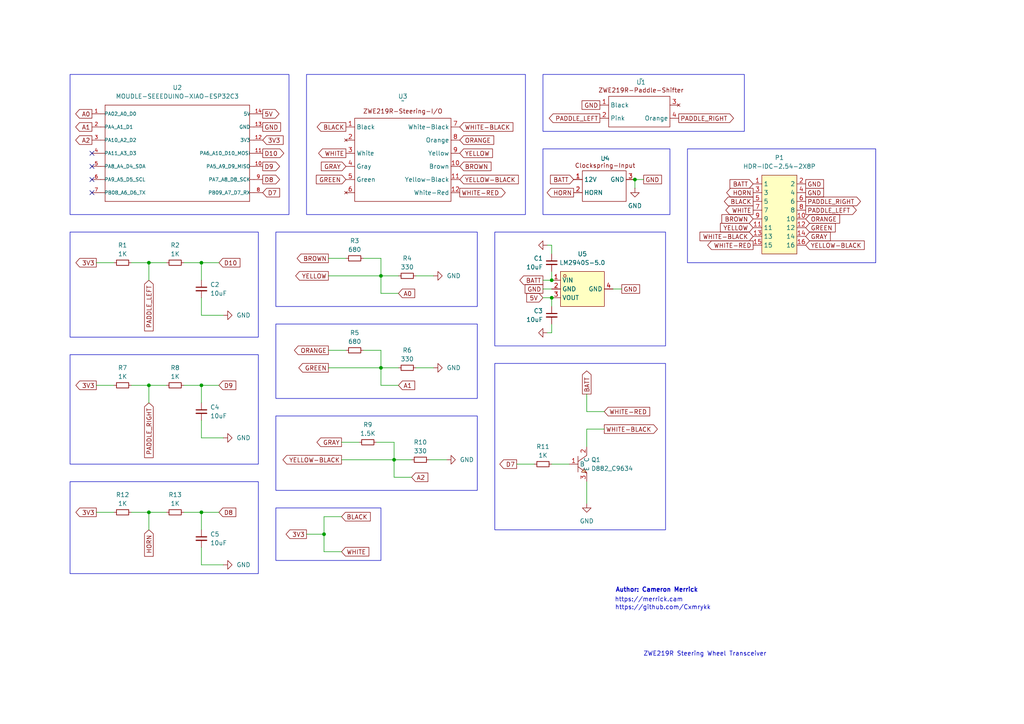
<source format=kicad_sch>
(kicad_sch (version 20231120) (generator "eeschema") (generator_version "8.0")
  (paper "A4")
  (lib_symbols
    (symbol "Device:C_Small" (pin_numbers hide) (pin_names (offset 0.254) hide)
      (property "Reference" "C" (at 0.254 1.778 0))
      (property "Value" "C_Small" (at 0.254 -2.032 0))
      (symbol "C_Small_0_1"
        (polyline (pts (xy -1.524 -0.508) (xy 1.524 -0.508)) (stroke (width 0.3302)))
        (polyline (pts (xy -1.524 0.508) (xy 1.524 0.508)) (stroke (width 0.3048)))
      )
      (symbol "C_Small_1_1"
        (pin passive line (at 0 2.54 270) (length 2.032) (name "~") (number "1"))
        (pin passive line (at 0 -2.54 90) (length 2.032) (name "~") (number "2"))
      )
    )
    (symbol "Device:R_Small" (pin_numbers hide) (pin_names (offset 0.254) hide)
      (property "Reference" "R" (at 0.762 0.508 0))
      (property "Value" "R_Small" (at 0.762 -1.016 0))
      (symbol "R_Small_0_1"
        (rectangle (start -0.762 1.778) (end 0.762 -1.778) (stroke (width 0.2032)))
      )
      (symbol "R_Small_1_1"
        (pin passive line (at 0 2.54 270) (length 0.762) (name "~") (number "1"))
        (pin passive line (at 0 -2.54 90) (length 0.762) (name "~") (number "2"))
      )
    )
    (symbol "MOUDLE-SEEEDUINO-XIAO-ESP32C3:MOUDLE-SEEEDUINO-XIAO-ESP32C3" (pin_names (offset 1.016))
      (property "Reference" "U" (at -21.59 15.24 0))
      (property "Value" "MOUDLE-SEEEDUINO-XIAO-ESP32C3" (at -21.59 13.97 0))
      (symbol "MOUDLE-SEEEDUINO-XIAO-ESP32C3_0_0"
        (polyline (pts (xy -21.59 -13.97) (xy -21.59 0)) (stroke (width 0.1524)))
        (polyline (pts (xy -21.59 -11.43) (xy -22.86 -11.43)) (stroke (width 0.1524)))
        (polyline (pts (xy -21.59 -7.62) (xy -22.86 -7.62)) (stroke (width 0.1524)))
        (polyline (pts (xy -21.59 -3.81) (xy -22.86 -3.81)) (stroke (width 0.1524)))
        (polyline (pts (xy -21.59 0) (xy -22.86 0)) (stroke (width 0.1524)))
        (polyline (pts (xy -21.59 0) (xy -21.59 3.81)) (stroke (width 0.1524)))
        (polyline (pts (xy -21.59 3.81) (xy -22.86 3.81)) (stroke (width 0.1524)))
        (polyline (pts (xy -21.59 3.81) (xy -21.59 7.62)) (stroke (width 0.1524)))
        (polyline (pts (xy -21.59 7.62) (xy -22.86 7.62)) (stroke (width 0.1524)))
        (polyline (pts (xy -21.59 7.62) (xy -21.59 11.43)) (stroke (width 0.1524)))
        (polyline (pts (xy -21.59 11.43) (xy -22.86 11.43)) (stroke (width 0.1524)))
        (polyline (pts (xy -21.59 11.43) (xy -21.59 13.97)) (stroke (width 0.1524)))
        (polyline (pts (xy -21.59 13.97) (xy 20.32 13.97)) (stroke (width 0.1524)))
        (polyline (pts (xy 20.32 -13.97) (xy -21.59 -13.97)) (stroke (width 0.1524)))
        (polyline (pts (xy 20.32 3.81) (xy 20.32 -13.97)) (stroke (width 0.1524)))
        (polyline (pts (xy 20.32 7.62) (xy 20.32 3.81)) (stroke (width 0.1524)))
        (polyline (pts (xy 20.32 11.43) (xy 20.32 7.62)) (stroke (width 0.1524)))
        (polyline (pts (xy 20.32 13.97) (xy 20.32 11.43)) (stroke (width 0.1524)))
        (polyline (pts (xy 21.59 -11.43) (xy 20.32 -11.43)) (stroke (width 0.1524)))
        (polyline (pts (xy 21.59 -7.62) (xy 20.32 -7.62)) (stroke (width 0.1524)))
        (polyline (pts (xy 21.59 -3.81) (xy 20.32 -3.81)) (stroke (width 0.1524)))
        (polyline (pts (xy 21.59 0) (xy 20.32 0)) (stroke (width 0.1524)))
        (polyline (pts (xy 21.59 3.81) (xy 20.32 3.81)) (stroke (width 0.1524)))
        (polyline (pts (xy 21.59 7.62) (xy 20.32 7.62)) (stroke (width 0.1524)))
        (polyline (pts (xy 21.59 11.43) (xy 20.32 11.43)) (stroke (width 0.1524)))
        (pin bidirectional line (at -25.4 11.43 0) (length 2.54) (name "PA02_A0_D0") (number "1"))
        (pin bidirectional line (at 24.13 -3.81 180) (length 2.54) (name "PA5_A9_D9_MISO") (number "10"))
        (pin bidirectional line (at 24.13 0 180) (length 2.54) (name "PA6_A10_D10_MOSI") (number "11"))
        (pin bidirectional line (at 24.13 3.81 180) (length 2.54) (name "3V3") (number "12"))
        (pin bidirectional line (at 24.13 7.62 180) (length 2.54) (name "GND") (number "13"))
        (pin bidirectional line (at 24.13 11.43 180) (length 2.54) (name "5V") (number "14"))
        (pin bidirectional line (at -25.4 7.62 0) (length 2.54) (name "PA4_A1_D1") (number "2"))
        (pin bidirectional line (at -25.4 3.81 0) (length 2.54) (name "PA10_A2_D2") (number "3"))
        (pin bidirectional line (at -25.4 0 0) (length 2.54) (name "PA11_A3_D3") (number "4"))
        (pin bidirectional line (at -25.4 -3.81 0) (length 2.54) (name "PA8_A4_D4_SDA") (number "5"))
        (pin bidirectional line (at -25.4 -7.62 0) (length 2.54) (name "PA9_A5_D5_SCL") (number "6"))
        (pin bidirectional line (at -25.4 -11.43 0) (length 2.54) (name "PB08_A6_D6_TX") (number "7"))
        (pin bidirectional line (at 24.13 -11.43 180) (length 2.54) (name "PB09_A7_D7_RX") (number "8"))
        (pin bidirectional line (at 24.13 -7.62 180) (length 2.54) (name "PA7_A8_D8_SCK") (number "9"))
      )
    )
    (symbol "Wheel-Input:Clockspring-Input"
      (property "Reference" "U" (at 0 0 0))
      (symbol "Clockspring-Input_0_1"
        (rectangle (start -6.35 -3.81) (end 6.35 -12.7))
      )
      (symbol "Clockspring-Input_1_1"
        (text "Clockspring-Input" (at 0.254 -2.286 0) (effects (font (size 1.27 1.27))))
        (pin power_out line (at -8.89 -6.35 0) (length 2.54) (name "12V") (number "1"))
        (pin power_in line (at -8.89 -10.16 0) (length 2.54) (name "HORN") (number "2"))
        (pin passive line (at 8.89 -6.35 180) (length 2.54) (name "GND") (number "3"))
      )
    )
    (symbol "Wheel-Input:ZWE219R-Paddle-Shifter"
      (property "Reference" "U" (at 0 -1.524 0))
      (symbol "ZWE219R-Paddle-Shifter_0_1"
        (rectangle (start -8.89 -5.08) (end 8.89 -13.97))
      )
      (symbol "ZWE219R-Paddle-Shifter_1_1"
        (text "ZWE219R-Paddle-Shifter" (at 0.508 -3.302 0) (effects (font (size 1.27 1.27))))
        (pin passive line (at -11.43 -7.62 0) (length 2.54) (name "Black") (number "1"))
        (pin output line (at -11.43 -11.43 0) (length 2.54) (name "Pink") (number "2"))
        (pin no_connect line (at 11.43 -7.62 180) (length 2.54) (name "") (number "3"))
        (pin output line (at 11.43 -11.43 180) (length 2.54) (name "Orange") (number "4"))
      )
    )
    (symbol "Wheel-Input:ZWE219R-Steering-IO"
      (property "Reference" "U" (at 0 14.732 0))
      (symbol "ZWE219R-Steering-IO_1_1"
        (rectangle (start -13.97 10.16) (end 13.97 -13.97))
        (text "ZWE219R-Steering-I/O" (at 0 12.192 0) (effects (font (size 1.27 1.27))))
        (pin output line (at -16.51 7.62 0) (length 2.54) (name "Black") (number "1"))
        (pin input line (at 16.51 -3.81 180) (length 2.54) (name "Brown") (number "10"))
        (pin input line (at 16.51 -7.62 180) (length 2.54) (name "Yellow-Black") (number "11"))
        (pin power_out line (at 16.51 -11.43 180) (length 2.54) (name "White-Red") (number "12"))
        (pin no_connect line (at -16.51 3.81 0) (length 2.54) (name "") (number "2"))
        (pin output line (at -16.51 0 0) (length 2.54) (name "White") (number "3"))
        (pin input line (at -16.51 -3.81 0) (length 2.54) (name "Gray") (number "4"))
        (pin input line (at -16.51 -7.62 0) (length 2.54) (name "Green") (number "5"))
        (pin no_connect line (at -16.51 -11.43 0) (length 2.54) (name "") (number "6"))
        (pin passive line (at 16.51 7.62 180) (length 2.54) (name "White-Black") (number "7"))
        (pin input line (at 16.51 3.81 180) (length 2.54) (name "Orange") (number "8"))
        (pin input line (at 16.51 0 180) (length 2.54) (name "Yellow") (number "9"))
      )
    )
    (symbol "easyeda2kicad:D882_C9634"
      (property "Reference" "Q" (at 0 10.16 0))
      (property "Value" "D882_C9634" (at 0 -10.16 0))
      (symbol "D882_C9634_0_1"
        (polyline (pts (xy 0 -0.76) (xy 2.54 -2.54)))
        (polyline (pts (xy 0 2.29) (xy 0 -2.29)))
        (polyline (pts (xy 2.54 2.54) (xy 0 0.76)))
        (polyline (pts (xy 2.54 -2.54) (xy 1.78 -1.27) (xy 1.02 -2.29) (xy 2.54 -2.54)) (fill (type background)))
        (pin input line (at -2.54 0 0) (length 2.54) (name "B") (number "1"))
        (pin input line (at 2.54 5.08 270) (length 2.54) (name "C") (number "2"))
        (pin input line (at 2.54 -5.08 90) (length 2.54) (name "E") (number "3"))
      )
    )
    (symbol "easyeda2kicad:HDR-IDC-2.54-2X8P"
      (property "Reference" "P" (at 0 13.97 0))
      (property "Value" "HDR-IDC-2.54-2X8P" (at 0 -13.97 0))
      (symbol "HDR-IDC-2.54-2X8P_0_1"
        (rectangle (start -5.08 11.43) (end 5.08 -11.43) (fill (type background)))
        (pin unspecified line (at -7.62 8.89 0) (length 2.54) (name "1") (number "1"))
        (pin unspecified line (at 7.62 -1.27 180) (length 2.54) (name "10") (number "10"))
        (pin unspecified line (at -7.62 -3.81 0) (length 2.54) (name "11") (number "11"))
        (pin unspecified line (at 7.62 -3.81 180) (length 2.54) (name "12") (number "12"))
        (pin unspecified line (at -7.62 -6.35 0) (length 2.54) (name "13") (number "13"))
        (pin unspecified line (at 7.62 -6.35 180) (length 2.54) (name "14") (number "14"))
        (pin unspecified line (at -7.62 -8.89 0) (length 2.54) (name "15") (number "15"))
        (pin unspecified line (at 7.62 -8.89 180) (length 2.54) (name "16") (number "16"))
        (pin unspecified line (at 7.62 8.89 180) (length 2.54) (name "2") (number "2"))
        (pin unspecified line (at -7.62 6.35 0) (length 2.54) (name "3") (number "3"))
        (pin unspecified line (at 7.62 6.35 180) (length 2.54) (name "4") (number "4"))
        (pin unspecified line (at -7.62 3.81 0) (length 2.54) (name "5") (number "5"))
        (pin unspecified line (at 7.62 3.81 180) (length 2.54) (name "6") (number "6"))
        (pin unspecified line (at -7.62 1.27 0) (length 2.54) (name "7") (number "7"))
        (pin unspecified line (at 7.62 1.27 180) (length 2.54) (name "8") (number "8"))
        (pin unspecified line (at -7.62 -1.27 0) (length 2.54) (name "9") (number "9"))
      )
    )
    (symbol "easyeda2kicad:LM2940S-5.0"
      (property "Reference" "U" (at 0 7.62 0))
      (property "Value" "LM2940S-5.0" (at 0 -7.62 0))
      (symbol "LM2940S-5.0_0_1"
        (rectangle (start -5.08 5.08) (end 7.62 -5.08) (fill (type background)))
        (circle (center -3.81 3.81) (radius 0.38))
        (pin unspecified line (at -7.62 2.54 0) (length 2.54) (name "VIN") (number "1"))
        (pin unspecified line (at -7.62 0 0) (length 2.54) (name "GND") (number "2"))
        (pin unspecified line (at -7.62 -2.54 0) (length 2.54) (name "VOUT") (number "3"))
        (pin unspecified line (at 10.16 0 180) (length 2.54) (name "GND") (number "4"))
      )
    )
    (symbol "power:GND" (power) (pin_numbers hide) (pin_names (offset 0) hide)
      (property "Value" "GND" (at 0 -3.81 0))
      (symbol "GND_0_1"
        (polyline (pts (xy 0 0) (xy 0 -1.27) (xy 1.27 -1.27) (xy 0 -2.54) (xy -1.27 -1.27) (xy 0 -1.27)))
      )
      (symbol "GND_1_1"
        (pin power_in line (at 0 0 270) (length 0) (name "~") (number "1"))
      )
    )
  )
  (junction (at 43.18 111.76))
  (junction (at 93.98 154.94))
  (junction (at 43.18 76.2))
  (junction (at 114.3 133.35))
  (junction (at 58.42 76.2))
  (junction (at 110.49 106.68))
  (junction (at 58.42 111.76))
  (junction (at 160.02 86.36))
  (junction (at 58.42 148.59))
  (junction (at 160.02 81.28))
  (junction (at 184.15 52.07))
  (junction (at 110.49 80.01))
  (junction (at 43.18 148.59))
  (no_connect (at 26.67 52.07))
  (no_connect (at 26.67 44.45))
  (no_connect (at 26.67 55.88))
  (no_connect (at 26.67 48.26))
  (wire (pts (xy 58.42 111.76) (xy 58.42 116.84)))
  (wire (pts (xy 95.25 106.68) (xy 110.49 106.68)))
  (wire (pts (xy 38.1 76.2) (xy 43.18 76.2)))
  (wire (pts (xy 99.06 160.02) (xy 93.98 160.02)))
  (wire (pts (xy 93.98 154.94) (xy 93.98 149.86)))
  (wire (pts (xy 43.18 148.59) (xy 48.26 148.59)))
  (wire (pts (xy 58.42 158.75) (xy 58.42 163.83)))
  (wire (pts (xy 95.25 101.6) (xy 100.33 101.6)))
  (wire (pts (xy 115.57 85.09) (xy 110.49 85.09)))
  (wire (pts (xy 43.18 116.84) (xy 43.18 111.76)))
  (wire (pts (xy 58.42 127) (xy 64.77 127)))
  (wire (pts (xy 53.34 148.59) (xy 58.42 148.59)))
  (wire (pts (xy 95.25 74.93) (xy 100.33 74.93)))
  (wire (pts (xy 157.48 86.36) (xy 160.02 86.36)))
  (wire (pts (xy 93.98 160.02) (xy 93.98 154.94)))
  (wire (pts (xy 120.65 106.68) (xy 125.73 106.68)))
  (wire (pts (xy 93.98 149.86) (xy 99.06 149.86)))
  (wire (pts (xy 27.94 76.2) (xy 33.02 76.2)))
  (wire (pts (xy 110.49 80.01) (xy 110.49 74.93)))
  (wire (pts (xy 120.65 80.01) (xy 125.73 80.01)))
  (wire (pts (xy 38.1 111.76) (xy 43.18 111.76)))
  (wire (pts (xy 105.41 74.93) (xy 110.49 74.93)))
  (wire (pts (xy 114.3 133.35) (xy 119.38 133.35)))
  (wire (pts (xy 27.94 111.76) (xy 33.02 111.76)))
  (wire (pts (xy 158.75 96.52) (xy 160.02 96.52)))
  (wire (pts (xy 27.94 148.59) (xy 33.02 148.59)))
  (wire (pts (xy 43.18 81.28) (xy 43.18 76.2)))
  (wire (pts (xy 160.02 78.74) (xy 160.02 81.28)))
  (wire (pts (xy 99.06 128.27) (xy 104.14 128.27)))
  (wire (pts (xy 115.57 106.68) (xy 110.49 106.68)))
  (wire (pts (xy 115.57 111.76) (xy 110.49 111.76)))
  (wire (pts (xy 58.42 111.76) (xy 63.5 111.76)))
  (wire (pts (xy 58.42 91.44) (xy 64.77 91.44)))
  (wire (pts (xy 99.06 133.35) (xy 114.3 133.35)))
  (wire (pts (xy 157.48 81.28) (xy 160.02 81.28)))
  (wire (pts (xy 186.69 52.07) (xy 184.15 52.07)))
  (wire (pts (xy 53.34 76.2) (xy 58.42 76.2)))
  (wire (pts (xy 88.9 154.94) (xy 93.98 154.94)))
  (wire (pts (xy 160.02 96.52) (xy 160.02 93.98)))
  (wire (pts (xy 58.42 76.2) (xy 58.42 81.28)))
  (wire (pts (xy 180.34 83.82) (xy 177.8 83.82)))
  (wire (pts (xy 170.18 139.7) (xy 170.18 146.05)))
  (wire (pts (xy 95.25 80.01) (xy 110.49 80.01)))
  (wire (pts (xy 43.18 153.67) (xy 43.18 148.59)))
  (wire (pts (xy 170.18 114.3) (xy 170.18 119.38)))
  (wire (pts (xy 160.02 86.36) (xy 160.02 88.9)))
  (wire (pts (xy 58.42 76.2) (xy 63.5 76.2)))
  (wire (pts (xy 149.86 134.62) (xy 154.94 134.62)))
  (wire (pts (xy 110.49 85.09) (xy 110.49 80.01)))
  (wire (pts (xy 157.48 83.82) (xy 160.02 83.82)))
  (wire (pts (xy 170.18 119.38) (xy 175.26 119.38)))
  (wire (pts (xy 160.02 71.12) (xy 158.75 71.12)))
  (wire (pts (xy 110.49 106.68) (xy 110.49 101.6)))
  (wire (pts (xy 58.42 86.36) (xy 58.42 91.44)))
  (wire (pts (xy 43.18 76.2) (xy 48.26 76.2)))
  (wire (pts (xy 109.22 128.27) (xy 114.3 128.27)))
  (wire (pts (xy 105.41 101.6) (xy 110.49 101.6)))
  (wire (pts (xy 124.46 133.35) (xy 129.54 133.35)))
  (wire (pts (xy 38.1 148.59) (xy 43.18 148.59)))
  (wire (pts (xy 114.3 133.35) (xy 114.3 128.27)))
  (wire (pts (xy 58.42 163.83) (xy 64.77 163.83)))
  (wire (pts (xy 53.34 111.76) (xy 58.42 111.76)))
  (wire (pts (xy 58.42 121.92) (xy 58.42 127)))
  (wire (pts (xy 58.42 148.59) (xy 63.5 148.59)))
  (wire (pts (xy 175.26 124.46) (xy 170.18 124.46)))
  (wire (pts (xy 160.02 134.62) (xy 165.1 134.62)))
  (wire (pts (xy 170.18 124.46) (xy 170.18 129.54)))
  (wire (pts (xy 119.38 138.43) (xy 114.3 138.43)))
  (wire (pts (xy 110.49 111.76) (xy 110.49 106.68)))
  (wire (pts (xy 184.15 52.07) (xy 184.15 54.61)))
  (wire (pts (xy 115.57 80.01) (xy 110.49 80.01)))
  (wire (pts (xy 114.3 138.43) (xy 114.3 133.35)))
  (wire (pts (xy 43.18 111.76) (xy 48.26 111.76)))
  (wire (pts (xy 58.42 148.59) (xy 58.42 153.67)))
  (wire (pts (xy 160.02 71.12) (xy 160.02 73.66)))
  (rectangle (start 20.32 67.31) (end 74.93 97.79))
  (rectangle (start 20.32 21.59) (end 83.82 62.23))
  (rectangle (start 199.39 43.18) (end 254 76.2))
  (rectangle (start 143.51 105.41) (end 193.04 153.67))
  (rectangle (start 88.9 21.59) (end 152.4 62.23))
  (rectangle (start 157.48 21.59) (end 215.9 38.1))
  (rectangle (start 80.01 120.65) (end 138.43 142.24))
  (rectangle (start 143.51 67.31) (end 193.04 100.33))
  (rectangle (start 80.01 147.32) (end 110.49 162.56))
  (rectangle (start 157.48 43.18) (end 194.31 62.23))
  (rectangle (start 80.01 93.98) (end 138.43 115.57))
  (rectangle (start 80.01 67.31) (end 138.43 88.9))
  (rectangle (start 20.32 139.7) (end 74.93 166.37))
  (rectangle (start 20.32 102.87) (end 74.93 134.62))
  (text "https://merrick.cam" (at 188.214 173.99 0) (effects (font (size 1.27 1.27))))
  (text "https://github.com/Cxmrykk" (at 192.278 176.276 0) (effects (font (size 1.27 1.27))))
  (text "ZWE219R Steering Wheel Transceiver" (at 204.47 189.738 0) (effects (font (size 1.27 1.27))))
  (text "Author: Cameron Merrick" (at 190.5 171.196 0) (effects (font (size 1.27 1.27) (thickness 0.254) (bold yes))))
  (global_label "D9" (shape output) (at 76.2 48.26 0) (property "Intersheetrefs" "${INTERSHEET_REFS}" (effects (hide yes))))
  (global_label "D10" (shape output) (at 76.2 44.45 0) (property "Intersheetrefs" "${INTERSHEET_REFS}" (effects (hide yes))))
  (global_label "D7" (shape output) (at 149.86 134.62 180) (property "Intersheetrefs" "${INTERSHEET_REFS}" (effects (hide yes))))
  (global_label "WHITE-BLACK" (shape input) (at 133.35 36.83 0) (property "Intersheetrefs" "${INTERSHEET_REFS}" (effects (hide yes))))
  (global_label "D7" (shape input) (at 76.2 55.88 0) (property "Intersheetrefs" "${INTERSHEET_REFS}" (effects (hide yes))))
  (global_label "3V3" (shape output) (at 27.94 76.2 180) (property "Intersheetrefs" "${INTERSHEET_REFS}" (effects (hide yes))))
  (global_label "GREEN" (shape input) (at 233.68 66.04 0) (property "Intersheetrefs" "${INTERSHEET_REFS}" (effects (hide yes))))
  (global_label "ORANGE" (shape input) (at 233.68 63.5 0) (property "Intersheetrefs" "${INTERSHEET_REFS}" (effects (hide yes))))
  (global_label "GND" (shape passive) (at 233.68 53.34 0) (property "Intersheetrefs" "${INTERSHEET_REFS}" (effects (hide yes))))
  (global_label "WHITE" (shape output) (at 218.44 60.96 180) (property "Intersheetrefs" "${INTERSHEET_REFS}" (effects (hide yes))))
  (global_label "YELLOW" (shape output) (at 95.25 80.01 180) (property "Intersheetrefs" "${INTERSHEET_REFS}" (effects (hide yes))))
  (global_label "GND" (shape passive) (at 157.48 83.82 180) (property "Intersheetrefs" "${INTERSHEET_REFS}" (effects (hide yes))))
  (global_label "A1" (shape output) (at 26.67 36.83 180) (property "Intersheetrefs" "${INTERSHEET_REFS}" (effects (hide yes))))
  (global_label "WHITE" (shape input) (at 99.06 160.02 0) (property "Intersheetrefs" "${INTERSHEET_REFS}" (effects (hide yes))))
  (global_label "A2" (shape output) (at 26.67 40.64 180) (property "Intersheetrefs" "${INTERSHEET_REFS}" (effects (hide yes))))
  (global_label "BATT" (shape output) (at 157.48 81.28 180) (property "Intersheetrefs" "${INTERSHEET_REFS}" (effects (hide yes))))
  (global_label "5V" (shape output) (at 76.2 33.02 0) (property "Intersheetrefs" "${INTERSHEET_REFS}" (effects (hide yes))))
  (global_label "BATT" (shape output) (at 170.18 114.3 90) (property "Intersheetrefs" "${INTERSHEET_REFS}" (effects (hide yes))))
  (global_label "3V3" (shape output) (at 88.9 154.94 180) (property "Intersheetrefs" "${INTERSHEET_REFS}" (effects (hide yes))))
  (global_label "WHITE-RED" (shape output) (at 218.44 71.12 180) (property "Intersheetrefs" "${INTERSHEET_REFS}" (effects (hide yes))))
  (global_label "WHITE" (shape output) (at 100.33 44.45 180) (property "Intersheetrefs" "${INTERSHEET_REFS}" (effects (hide yes))))
  (global_label "D8" (shape input) (at 63.5 148.59 0) (property "Intersheetrefs" "${INTERSHEET_REFS}" (effects (hide yes))))
  (global_label "3V3" (shape output) (at 27.94 111.76 180) (property "Intersheetrefs" "${INTERSHEET_REFS}" (effects (hide yes))))
  (global_label "BROWN" (shape input) (at 133.35 48.26 0) (property "Intersheetrefs" "${INTERSHEET_REFS}" (effects (hide yes))))
  (global_label "A1" (shape input) (at 115.57 111.76 0) (property "Intersheetrefs" "${INTERSHEET_REFS}" (effects (hide yes))))
  (global_label "WHITE-RED" (shape output) (at 133.35 55.88 0) (property "Intersheetrefs" "${INTERSHEET_REFS}" (effects (hide yes))))
  (global_label "YELLOW" (shape input) (at 218.44 66.04 180) (property "Intersheetrefs" "${INTERSHEET_REFS}" (effects (hide yes))))
  (global_label "BLACK" (shape input) (at 99.06 149.86 0) (property "Intersheetrefs" "${INTERSHEET_REFS}" (effects (hide yes))))
  (global_label "PADDLE_RIGHT" (shape output) (at 196.85 34.29 0) (property "Intersheetrefs" "${INTERSHEET_REFS}" (effects (hide yes))))
  (global_label "A0" (shape input) (at 115.57 85.09 0) (property "Intersheetrefs" "${INTERSHEET_REFS}" (effects (hide yes))))
  (global_label "HORN" (shape output) (at 166.37 55.88 180) (property "Intersheetrefs" "${INTERSHEET_REFS}" (effects (hide yes))))
  (global_label "PADDLE_RIGHT" (shape input) (at 43.18 116.84 270) (property "Intersheetrefs" "${INTERSHEET_REFS}" (effects (hide yes))))
  (global_label "GRAY" (shape output) (at 99.06 128.27 180) (property "Intersheetrefs" "${INTERSHEET_REFS}" (effects (hide yes))))
  (global_label "BATT" (shape input) (at 166.37 52.07 180) (property "Intersheetrefs" "${INTERSHEET_REFS}" (effects (hide yes))))
  (global_label "3V3" (shape input) (at 76.2 40.64 0) (property "Intersheetrefs" "${INTERSHEET_REFS}" (effects (hide yes))))
  (global_label "ORANGE" (shape output) (at 95.25 101.6 180) (property "Intersheetrefs" "${INTERSHEET_REFS}" (effects (hide yes))))
  (global_label "YELLOW-BLACK" (shape input) (at 133.35 52.07 0) (property "Intersheetrefs" "${INTERSHEET_REFS}" (effects (hide yes))))
  (global_label "YELLOW" (shape input) (at 133.35 44.45 0) (property "Intersheetrefs" "${INTERSHEET_REFS}" (effects (hide yes))))
  (global_label "BROWN" (shape input) (at 218.44 63.5 180) (property "Intersheetrefs" "${INTERSHEET_REFS}" (effects (hide yes))))
  (global_label "D9" (shape input) (at 63.5 111.76 0) (property "Intersheetrefs" "${INTERSHEET_REFS}" (effects (hide yes))))
  (global_label "PADDLE_LEFT" (shape input) (at 43.18 81.28 270) (property "Intersheetrefs" "${INTERSHEET_REFS}" (effects (hide yes))))
  (global_label "WHITE-BLACK" (shape output) (at 175.26 124.46 0) (property "Intersheetrefs" "${INTERSHEET_REFS}" (effects (hide yes))))
  (global_label "GND" (shape passive) (at 180.34 83.82 0) (property "Intersheetrefs" "${INTERSHEET_REFS}" (effects (hide yes))))
  (global_label "YELLOW-BLACK" (shape output) (at 99.06 133.35 180) (property "Intersheetrefs" "${INTERSHEET_REFS}" (effects (hide yes))))
  (global_label "HORN" (shape input) (at 43.18 153.67 270) (property "Intersheetrefs" "${INTERSHEET_REFS}" (effects (hide yes))))
  (global_label "GND" (shape passive) (at 186.69 52.07 0) (property "Intersheetrefs" "${INTERSHEET_REFS}" (effects (hide yes))))
  (global_label "GND" (shape passive) (at 173.99 30.48 180) (property "Intersheetrefs" "${INTERSHEET_REFS}" (effects (hide yes))))
  (global_label "PADDLE_LEFT" (shape output) (at 233.68 60.96 0) (property "Intersheetrefs" "${INTERSHEET_REFS}" (effects (hide yes))))
  (global_label "BLACK" (shape output) (at 100.33 36.83 180) (property "Intersheetrefs" "${INTERSHEET_REFS}" (effects (hide yes))))
  (global_label "GREEN" (shape output) (at 95.25 106.68 180) (property "Intersheetrefs" "${INTERSHEET_REFS}" (effects (hide yes))))
  (global_label "GRAY" (shape input) (at 100.33 48.26 180) (property "Intersheetrefs" "${INTERSHEET_REFS}" (effects (hide yes))))
  (global_label "3V3" (shape output) (at 27.94 148.59 180) (property "Intersheetrefs" "${INTERSHEET_REFS}" (effects (hide yes))))
  (global_label "GREEN" (shape input) (at 100.33 52.07 180) (property "Intersheetrefs" "${INTERSHEET_REFS}" (effects (hide yes))))
  (global_label "GND" (shape passive) (at 76.2 36.83 0) (property "Intersheetrefs" "${INTERSHEET_REFS}" (effects (hide yes))))
  (global_label "GRAY" (shape input) (at 233.68 68.58 0) (property "Intersheetrefs" "${INTERSHEET_REFS}" (effects (hide yes))))
  (global_label "WHITE-RED" (shape input) (at 175.26 119.38 0) (property "Intersheetrefs" "${INTERSHEET_REFS}" (effects (hide yes))))
  (global_label "BATT" (shape input) (at 218.44 53.34 180) (property "Intersheetrefs" "${INTERSHEET_REFS}" (effects (hide yes))))
  (global_label "D8" (shape output) (at 76.2 52.07 0) (property "Intersheetrefs" "${INTERSHEET_REFS}" (effects (hide yes))))
  (global_label "HORN" (shape output) (at 218.44 55.88 180) (property "Intersheetrefs" "${INTERSHEET_REFS}" (effects (hide yes))))
  (global_label "WHITE-BLACK" (shape input) (at 218.44 68.58 180) (property "Intersheetrefs" "${INTERSHEET_REFS}" (effects (hide yes))))
  (global_label "5V" (shape input) (at 157.48 86.36 180) (property "Intersheetrefs" "${INTERSHEET_REFS}" (effects (hide yes))))
  (global_label "GND" (shape passive) (at 233.68 55.88 0) (property "Intersheetrefs" "${INTERSHEET_REFS}" (effects (hide yes))))
  (global_label "D10" (shape input) (at 63.5 76.2 0) (property "Intersheetrefs" "${INTERSHEET_REFS}" (effects (hide yes))))
  (global_label "A2" (shape input) (at 119.38 138.43 0) (property "Intersheetrefs" "${INTERSHEET_REFS}" (effects (hide yes))))
  (global_label "A0" (shape output) (at 26.67 33.02 180) (property "Intersheetrefs" "${INTERSHEET_REFS}" (effects (hide yes))))
  (global_label "ORANGE" (shape input) (at 133.35 40.64 0) (property "Intersheetrefs" "${INTERSHEET_REFS}" (effects (hide yes))))
  (global_label "PADDLE_LEFT" (shape output) (at 173.99 34.29 180) (property "Intersheetrefs" "${INTERSHEET_REFS}" (effects (hide yes))))
  (global_label "BROWN" (shape output) (at 95.25 74.93 180) (property "Intersheetrefs" "${INTERSHEET_REFS}" (effects (hide yes))))
  (global_label "BLACK" (shape output) (at 218.44 58.42 180) (property "Intersheetrefs" "${INTERSHEET_REFS}" (effects (hide yes))))
  (global_label "PADDLE_RIGHT" (shape output) (at 233.68 58.42 0) (property "Intersheetrefs" "${INTERSHEET_REFS}" (effects (hide yes))))
  (global_label "YELLOW-BLACK" (shape input) (at 233.68 71.12 0) (property "Intersheetrefs" "${INTERSHEET_REFS}" (effects (hide yes))))
  (symbol (lib_id "power:GND") (at 170.18 146.05 0) (unit 1)
    (property "Reference" "#PWR09" (effects (hide yes)))
    (property "Value" "GND" (at 170.18 151.13 0))
    (property "Description" "Power symbol creates a global label with name \"GND\" , ground" (effects (hide yes)))
  )
  (symbol (lib_id "easyeda2kicad:HDR-IDC-2.54-2X8P") (at 226.06 62.23 0) (unit 1)
    (property "Reference" "P1" (at 226.06 45.72 0))
    (property "Value" "HDR-IDC-2.54-2X8P" (at 226.06 48.26 0))
    (property "Footprint" "easyeda2kicad:IDC-TH_16P-P2.54_C3406" (effects (hide yes)))
    (property "Datasheet" "https://lcsc.com/product-detail/Header-Connectors_2-54mm-2-8P-Straight-IDC-Box_C3406.html" (effects (hide yes)))
    (property "LCSC Part" "C3406" (effects (hide yes)))
  )
  (symbol (lib_id "Device:R_Small") (at 50.8 148.59 270) (unit 1)
    (property "Reference" "R13" (at 50.8 143.51 90))
    (property "Value" "1K" (at 50.8 146.05 90))
    (property "Footprint" "easyeda2kicad:R0805" (effects (hide yes)))
    (property "Description" "Resistor, small symbol" (effects (hide yes)))
  )
  (symbol (lib_id "Device:R_Small") (at 35.56 76.2 270) (unit 1)
    (property "Reference" "R1" (at 35.56 71.12 90))
    (property "Value" "1K" (at 35.56 73.66 90))
    (property "Footprint" "easyeda2kicad:R0805" (effects (hide yes)))
    (property "Description" "Resistor, small symbol" (effects (hide yes)))
  )
  (symbol (lib_id "power:GND") (at 125.73 106.68 90) (unit 1)
    (property "Reference" "#PWR06" (effects (hide yes)))
    (property "Value" "GND" (at 129.54 106.6799 90) (effects (justify right)))
    (property "Description" "Power symbol creates a global label with name \"GND\" , ground" (effects (hide yes)))
  )
  (symbol (lib_id "power:GND") (at 184.15 54.61 0) (unit 1)
    (property "Reference" "#PWR01" (effects (hide yes)))
    (property "Value" "GND" (at 184.15 59.69 0))
    (property "Description" "Power symbol creates a global label with name \"GND\" , ground" (effects (hide yes)))
  )
  (symbol (lib_id "Device:R_Small") (at 102.87 74.93 270) (unit 1)
    (property "Reference" "R3" (at 102.87 69.85 90))
    (property "Value" "680" (at 102.87 72.39 90))
    (property "Footprint" "easyeda2kicad:R0805" (effects (hide yes)))
    (property "Description" "Resistor, small symbol" (effects (hide yes)))
  )
  (symbol (lib_id "Device:R_Small") (at 102.87 101.6 270) (unit 1)
    (property "Reference" "R5" (at 102.87 96.52 90))
    (property "Value" "680" (at 102.87 99.06 90))
    (property "Footprint" "easyeda2kicad:R0805" (effects (hide yes)))
    (property "Description" "Resistor, small symbol" (effects (hide yes)))
  )
  (symbol (lib_id "Wheel-Input:Clockspring-Input") (at 175.26 45.72 0) (unit 1) (on_board no)
    (property "Reference" "U4" (at 175.514 45.974 0))
    (property "Value" "~" (at 175.514 45.72 0))
  )
  (symbol (lib_id "power:GND") (at 64.77 127 90) (unit 1)
    (property "Reference" "#PWR07" (effects (hide yes)))
    (property "Value" "GND" (at 68.58 126.9999 90) (effects (justify right)))
    (property "Description" "Power symbol creates a global label with name \"GND\" , ground" (effects (hide yes)))
  )
  (symbol (lib_id "easyeda2kicad:LM2940S-5.0") (at 167.64 83.82 0) (unit 1)
    (property "Reference" "U5" (at 168.91 73.66 0))
    (property "Value" "LM2940S-5.0" (at 168.91 76.2 0))
    (property "Footprint" "easyeda2kicad:SOT-223-3_L6.5-W3.4-P2.30-LS7.0-BR" (effects (hide yes)))
    (property "Datasheet" "https://lcsc.com/product-detail/Low-Dropout-Regulators-LDO_HTC-Korea-TAEJIN-Tech-LM2940S-5-0_C596334.html" (effects (hide yes)))
    (property "LCSC Part" "C596334" (effects (hide yes)))
  )
  (symbol (lib_id "Device:R_Small") (at 157.48 134.62 270) (unit 1)
    (property "Reference" "R11" (at 157.48 129.54 90))
    (property "Value" "1K" (at 157.48 132.08 90))
    (property "Footprint" "easyeda2kicad:R0805" (effects (hide yes)))
    (property "Description" "Resistor, small symbol" (effects (hide yes)))
  )
  (symbol (lib_id "MOUDLE-SEEEDUINO-XIAO-ESP32C3:MOUDLE-SEEEDUINO-XIAO-ESP32C3") (at 52.07 44.45 0) (unit 1)
    (property "Reference" "U2" (at 51.435 25.4 0))
    (property "Value" "MOUDLE-SEEEDUINO-XIAO-ESP32C3" (at 51.435 27.94 0))
    (property "Footprint" "RF_Module:MCU_Seeed_ESP32C3" (effects (hide yes)))
  )
  (symbol (lib_id "Device:R_Small") (at 121.92 133.35 270) (unit 1)
    (property "Reference" "R10" (at 121.92 128.27 90))
    (property "Value" "330" (at 121.92 130.81 90))
    (property "Footprint" "easyeda2kicad:R0805" (effects (hide yes)))
    (property "Description" "Resistor, small symbol" (effects (hide yes)))
  )
  (symbol (lib_id "Device:C_Small") (at 58.42 119.38 0) (unit 1)
    (property "Reference" "C4" (at 60.96 118.1162 0) (effects (justify left)))
    (property "Value" "10uF" (at 60.96 120.6562 0) (effects (justify left)))
    (property "Footprint" "easyeda2kicad:C0805" (effects (hide yes)))
    (property "Description" "Unpolarized capacitor, small symbol" (effects (hide yes)))
  )
  (symbol (lib_id "power:GND") (at 129.54 133.35 90) (unit 1)
    (property "Reference" "#PWR08" (effects (hide yes)))
    (property "Value" "GND" (at 133.35 133.3499 90) (effects (justify right)))
    (property "Description" "Power symbol creates a global label with name \"GND\" , ground" (effects (hide yes)))
  )
  (symbol (lib_id "Device:R_Small") (at 35.56 148.59 270) (unit 1)
    (property "Reference" "R12" (at 35.56 143.51 90))
    (property "Value" "1K" (at 35.56 146.05 90))
    (property "Footprint" "easyeda2kicad:R0805" (effects (hide yes)))
    (property "Description" "Resistor, small symbol" (effects (hide yes)))
  )
  (symbol (lib_id "power:GND") (at 64.77 163.83 90) (unit 1)
    (property "Reference" "#PWR010" (effects (hide yes)))
    (property "Value" "GND" (at 68.58 163.8299 90) (effects (justify right)))
    (property "Description" "Power symbol creates a global label with name \"GND\" , ground" (effects (hide yes)))
  )
  (symbol (lib_id "Device:R_Small") (at 35.56 111.76 270) (unit 1)
    (property "Reference" "R7" (at 35.56 106.68 90))
    (property "Value" "1K" (at 35.56 109.22 90))
    (property "Footprint" "easyeda2kicad:R0805" (effects (hide yes)))
    (property "Description" "Resistor, small symbol" (effects (hide yes)))
  )
  (symbol (lib_id "Device:C_Small") (at 160.02 91.44 0) (mirror y) (unit 1)
    (property "Reference" "C3" (at 157.48 90.1762 0) (effects (justify left)))
    (property "Value" "10uF" (at 157.48 92.7162 0) (effects (justify left)))
    (property "Footprint" "easyeda2kicad:C0805" (effects (hide yes)))
    (property "Description" "Unpolarized capacitor, small symbol" (effects (hide yes)))
  )
  (symbol (lib_id "Wheel-Input:ZWE219R-Paddle-Shifter") (at 185.42 22.86 0) (unit 1) (on_board no)
    (property "Reference" "U1" (at 185.928 23.876 0))
    (property "Value" "~" (at 185.928 22.86 0))
  )
  (symbol (lib_id "Device:R_Small") (at 50.8 111.76 270) (unit 1)
    (property "Reference" "R8" (at 50.8 106.68 90))
    (property "Value" "1K" (at 50.8 109.22 90))
    (property "Footprint" "easyeda2kicad:R0805" (effects (hide yes)))
    (property "Description" "Resistor, small symbol" (effects (hide yes)))
  )
  (symbol (lib_id "power:GND") (at 158.75 71.12 270) (unit 1)
    (property "Reference" "#PWR02" (effects (hide yes)))
    (property "Value" "GND" (effects (hide yes)))
    (property "Description" "Power symbol creates a global label with name \"GND\" , ground" (effects (hide yes)))
  )
  (symbol (lib_id "Device:C_Small") (at 58.42 83.82 0) (unit 1)
    (property "Reference" "C2" (at 60.96 82.5562 0) (effects (justify left)))
    (property "Value" "10uF" (at 60.96 85.0962 0) (effects (justify left)))
    (property "Footprint" "easyeda2kicad:C0805" (effects (hide yes)))
    (property "Description" "Unpolarized capacitor, small symbol" (effects (hide yes)))
  )
  (symbol (lib_id "Device:R_Small") (at 118.11 106.68 270) (unit 1)
    (property "Reference" "R6" (at 118.11 101.6 90))
    (property "Value" "330" (at 118.11 104.14 90))
    (property "Footprint" "easyeda2kicad:R0805" (effects (hide yes)))
    (property "Description" "Resistor, small symbol" (effects (hide yes)))
  )
  (symbol (lib_id "Device:R_Small") (at 50.8 76.2 270) (unit 1)
    (property "Reference" "R2" (at 50.8 71.12 90))
    (property "Value" "1K" (at 50.8 73.66 90))
    (property "Footprint" "easyeda2kicad:R0805" (effects (hide yes)))
    (property "Description" "Resistor, small symbol" (effects (hide yes)))
  )
  (symbol (lib_id "power:GND") (at 158.75 96.52 270) (unit 1)
    (property "Reference" "#PWR05" (effects (hide yes)))
    (property "Value" "GND" (effects (hide yes)))
    (property "Description" "Power symbol creates a global label with name \"GND\" , ground" (effects (hide yes)))
  )
  (symbol (lib_id "Wheel-Input:ZWE219R-Steering-IO") (at 116.84 44.45 0) (unit 1) (on_board no)
    (property "Reference" "U3" (at 116.84 27.94 0))
    (property "Value" "~" (at 116.84 29.21 0))
  )
  (symbol (lib_id "Device:R_Small") (at 118.11 80.01 270) (unit 1)
    (property "Reference" "R4" (at 118.11 74.93 90))
    (property "Value" "330" (at 118.11 77.47 90))
    (property "Footprint" "easyeda2kicad:R0805" (effects (hide yes)))
    (property "Description" "Resistor, small symbol" (effects (hide yes)))
  )
  (symbol (lib_id "power:GND") (at 64.77 91.44 90) (unit 1)
    (property "Reference" "#PWR04" (effects (hide yes)))
    (property "Value" "GND" (at 68.58 91.4399 90) (effects (justify right)))
    (property "Description" "Power symbol creates a global label with name \"GND\" , ground" (effects (hide yes)))
  )
  (symbol (lib_id "Device:C_Small") (at 160.02 76.2 0) (mirror y) (unit 1)
    (property "Reference" "C1" (at 157.48 74.9362 0) (effects (justify left)))
    (property "Value" "10uF" (at 157.48 77.4762 0) (effects (justify left)))
    (property "Footprint" "easyeda2kicad:C0805" (effects (hide yes)))
    (property "Description" "Unpolarized capacitor, small symbol" (effects (hide yes)))
  )
  (symbol (lib_id "Device:C_Small") (at 58.42 156.21 0) (unit 1)
    (property "Reference" "C5" (at 60.96 154.9462 0) (effects (justify left)))
    (property "Value" "10uF" (at 60.96 157.4862 0) (effects (justify left)))
    (property "Footprint" "easyeda2kicad:C0805" (effects (hide yes)))
    (property "Description" "Unpolarized capacitor, small symbol" (effects (hide yes)))
  )
  (symbol (lib_id "easyeda2kicad:D882_C9634") (at 167.64 134.62 0) (unit 1)
    (property "Reference" "Q1" (at 171.45 133.3499 0) (effects (justify left)))
    (property "Value" "D882_C9634" (at 171.45 135.8899 0) (effects (justify left)))
    (property "Footprint" "easyeda2kicad:SOT-89-3_L4.5-W2.5-P1.50-LS4.2-BR" (effects (hide yes)))
    (property "Datasheet" "https://lcsc.com/product-detail/Transistors-NPN-PNP_D882_C9634.html" (effects (hide yes)))
    (property "LCSC Part" "C9634" (effects (hide yes)))
  )
  (symbol (lib_id "Device:R_Small") (at 106.68 128.27 270) (unit 1)
    (property "Reference" "R9" (at 106.68 123.19 90))
    (property "Value" "1.5K" (at 106.68 125.73 90))
    (property "Footprint" "easyeda2kicad:R0805" (effects (hide yes)))
    (property "Description" "Resistor, small symbol" (effects (hide yes)))
  )
  (symbol (lib_id "power:GND") (at 125.73 80.01 90) (unit 1)
    (property "Reference" "#PWR03" (effects (hide yes)))
    (property "Value" "GND" (at 129.54 80.0099 90) (effects (justify right)))
    (property "Description" "Power symbol creates a global label with name \"GND\" , ground" (effects (hide yes)))
  )
)
</source>
